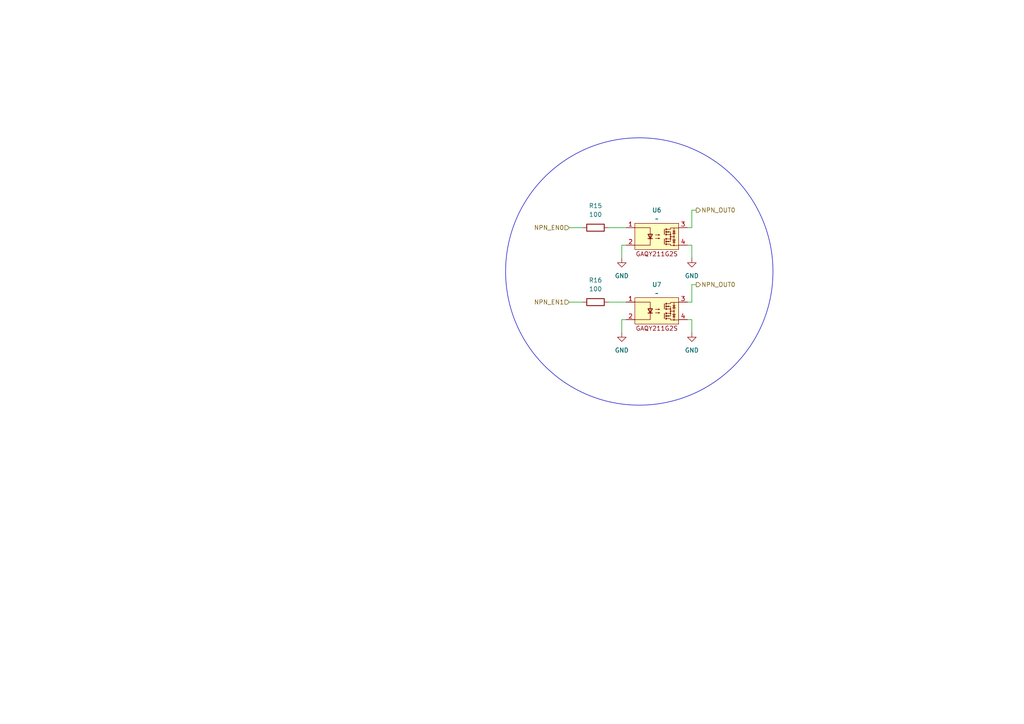
<source format=kicad_sch>
(kicad_sch (version 20250114) (generator "eeschema") (generator_version "9.0")
  (paper "A4")
  (lib_symbols
    (symbol "Device:R" (pin_numbers (hide yes)) (pin_names (offset 0))
      (property "Reference" "R" (at 2.032 0 90))
      (property "Value" "R" (at 0 0 90))
      (symbol "R_0_1"
        (rectangle (start -1.016 -2.54) (end 1.016 2.54) (stroke (width 0.254)))
      )
      (symbol "R_1_1"
        (pin passive line (at 0 3.81 270) (length 1.27) (name "~") (number "1"))
        (pin passive line (at 0 -3.81 90) (length 1.27) (name "~") (number "2"))
      )
    )
    (symbol "Riqi_Parts:GAQY211G2S"
      (property "Reference" "U" (at 0 0 0))
      (symbol "GAQY211G2S_0_1"
        (polyline (pts (xy -2.54 -2.54) (xy 1.905 -2.54) (xy 1.905 -4.445)))
        (polyline (pts (xy 1.27 -5.715) (xy 2.54 -5.715)) (stroke (width 0.254)))
        (polyline (pts (xy 1.905 -4.191) (xy 1.905 -7.62) (xy -2.54 -7.62)))
        (polyline (pts (xy 1.905 -5.715) (xy 1.27 -4.445) (xy 2.54 -4.445) (xy 1.905 -5.715)) (stroke (width 0.254)))
        (polyline (pts (xy 3.4016 -4.6346) (xy 4.6716 -4.6346) (xy 4.2906 -4.7616) (xy 4.2906 -4.5076) (xy 4.6716 -4.6346)))
        (polyline (pts (xy 3.4016 -5.6506) (xy 4.6716 -5.6506) (xy 4.2906 -5.7776) (xy 4.2906 -5.5236) (xy 4.6716 -5.6506)))
        (polyline (pts (xy 6.004 -3.0018) (xy 6.004 -4.5258)) (stroke (width 0.2032)))
        (polyline (pts (xy 6.004 -5.7958) (xy 6.004 -7.3198)) (stroke (width 0.2032)))
        (polyline (pts (xy 6.512 -2.8748) (xy 6.512 -3.1288) (xy 6.512 -3.1288)) (stroke (width 0.3556)))
        (polyline (pts (xy 6.512 -3.6368) (xy 6.512 -3.8908) (xy 6.512 -3.8908)) (stroke (width 0.3556)))
        (polyline (pts (xy 6.512 -4.3988) (xy 6.512 -4.6528) (xy 6.512 -4.6528)) (stroke (width 0.3556)))
        (polyline (pts (xy 6.512 -5.6688) (xy 6.512 -5.9228)) (stroke (width 0.3556)))
        (polyline (pts (xy 6.512 -6.4308) (xy 6.512 -6.6848) (xy 6.512 -6.6848)) (stroke (width 0.3556)))
        (polyline (pts (xy 6.512 -7.1928) (xy 6.512 -7.4468) (xy 6.512 -7.4468)) (stroke (width 0.3556)))
        (polyline (pts (xy 6.639 -3.0018) (xy 7.782 -3.0018) (xy 7.782 -2.6208) (xy 10.068 -2.6208)))
        (polyline (pts (xy 6.639 -3.7638) (xy 7.782 -3.7638) (xy 7.782 -4.5258)))
        (polyline (pts (xy 6.639 -5.7958) (xy 7.782 -5.7958) (xy 7.782 -4.5258) (xy 6.639 -4.5258)))
        (polyline (pts (xy 6.639 -6.5578) (xy 7.782 -6.5578) (xy 7.782 -5.7958)))
        (polyline (pts (xy 6.639 -7.3198) (xy 7.782 -7.3198) (xy 7.782 -7.7008) (xy 10.068 -7.7008)))
        (polyline (pts (xy 6.766 -3.7638) (xy 7.274 -3.6368) (xy 7.274 -3.8908) (xy 6.766 -3.7638)))
        (polyline (pts (xy 6.766 -6.5578) (xy 7.274 -6.4308) (xy 7.274 -6.6848) (xy 6.766 -6.5578)))
        (circle (center 7.782 -4.5258) (radius 0.127))
        (polyline (pts (xy 7.782 -5.1608) (xy 8.798 -5.1608)))
        (circle (center 7.782 -5.1608) (radius 0.127))
        (circle (center 7.782 -5.7958) (radius 0.127))
        (polyline (pts (xy 8.417 -3.5098) (xy 9.179 -3.5098)))
        (polyline (pts (xy 8.417 -6.8118) (xy 9.179 -6.8118)))
        (polyline (pts (xy 8.798 -3.5098) (xy 8.417 -4.2718) (xy 9.179 -4.2718) (xy 8.798 -3.5098)))
        (circle (center 8.798 -5.1608) (radius 0.127))
        (polyline (pts (xy 8.798 -6.8118) (xy 8.417 -6.0498) (xy 9.179 -6.0498) (xy 8.798 -6.8118)))
        (polyline (pts (xy 8.798 -7.7008) (xy 8.798 -2.6208)))
        (circle (center 8.798 -7.7008) (radius 0.127))
      )
      (symbol "GAQY211G2S_1_1"
        (rectangle (start -2.54 -1.27) (end 10.16 -8.89) (fill (type background)))
        (text "GAQY211G2S\n" (at 3.81 -10.16 0) (effects (font (size 1.27 1.27))))
        (pin input line (at -5.08 -2.54 0) (length 2.54) (name "") (number "1"))
        (pin input line (at -5.08 -7.62 0) (length 2.54) (name "") (number "2"))
        (pin input line (at 12.7 -2.54 180) (length 2.54) (name "") (number "3"))
        (pin input line (at 12.7 -7.62 180) (length 2.54) (name "") (number "4"))
      )
    )
    (symbol "power:GND" (power) (pin_numbers (hide yes)) (pin_names (offset 0) (hide yes))
      (property "Value" "GND" (at 0 -3.81 0))
      (symbol "GND_0_1"
        (polyline (pts (xy 0 0) (xy 0 -1.27) (xy 1.27 -1.27) (xy 0 -2.54) (xy -1.27 -1.27) (xy 0 -1.27)))
      )
      (symbol "GND_1_1"
        (pin power_in line (at 0 0 270) (length 0) (name "~") (number "1"))
      )
    )
  )
  (circle (center 185.42 78.74) (radius 38.7714))
  (wire (pts (xy 199.39 92.71) (xy 200.66 92.71)))
  (wire (pts (xy 180.34 74.93) (xy 180.34 71.12)))
  (wire (pts (xy 200.66 82.55) (xy 200.66 87.63)))
  (wire (pts (xy 200.66 66.04) (xy 200.66 60.96)))
  (wire (pts (xy 176.53 87.63) (xy 181.61 87.63)))
  (wire (pts (xy 176.53 66.04) (xy 181.61 66.04)))
  (wire (pts (xy 180.34 92.71) (xy 181.61 92.71)))
  (wire (pts (xy 200.66 71.12) (xy 200.66 74.93)))
  (wire (pts (xy 180.34 71.12) (xy 181.61 71.12)))
  (wire (pts (xy 199.39 66.04) (xy 200.66 66.04)))
  (wire (pts (xy 165.1 87.63) (xy 168.91 87.63)))
  (wire (pts (xy 199.39 71.12) (xy 200.66 71.12)))
  (wire (pts (xy 200.66 60.96) (xy 201.93 60.96)))
  (wire (pts (xy 200.66 92.71) (xy 200.66 96.52)))
  (wire (pts (xy 199.39 87.63) (xy 200.66 87.63)))
  (wire (pts (xy 180.34 96.52) (xy 180.34 92.71)))
  (wire (pts (xy 201.93 82.55) (xy 200.66 82.55)))
  (wire (pts (xy 165.1 66.04) (xy 168.91 66.04)))
  (hierarchical_label "NPN_OUT0" (shape output) (at 201.93 82.55 0))
  (hierarchical_label "NPN_OUT0" (shape output) (at 201.93 60.96 0))
  (hierarchical_label "NPN_EN0" (shape input) (at 165.1 66.04 180))
  (hierarchical_label "NPN_EN1" (shape input) (at 165.1 87.63 180))
  (symbol (lib_id "Device:R") (at 172.72 87.63 90) (unit 1)
    (property "Reference" "R16" (at 172.72 81.28 90))
    (property "Value" "100" (at 172.72 83.82 90))
    (property "Footprint" "Resistor_SMD:R_0603_1608Metric" (effects (hide yes)))
    (property "Description" "Resistor" (effects (hide yes)))
    (instances (project "NIVARA" (path "" (reference "R16") (unit 1))) (project "NIVARA_ZorionX_BOARD" (path "" (reference "R?") (unit 1))))
  )
  (symbol (lib_id "power:GND") (at 180.34 74.93 0) (unit 1)
    (property "Reference" "#PWR039" (effects (hide yes)))
    (property "Value" "GND" (at 180.34 80.01 0))
    (property "Description" "Power symbol creates a global label with name \"GND\" , ground" (effects (hide yes)))
    (instances (project "NIVARA" (path "" (reference "#PWR039") (unit 1))) (project "NIVARA_ZorionX_BOARD" (path "" (reference "#PWR?") (unit 1))))
  )
  (symbol (lib_id "power:GND") (at 200.66 96.52 0) (unit 1)
    (property "Reference" "#PWR042" (effects (hide yes)))
    (property "Value" "GND" (at 200.66 101.6 0))
    (property "Description" "Power symbol creates a global label with name \"GND\" , ground" (effects (hide yes)))
    (instances (project "NIVARA" (path "" (reference "#PWR042") (unit 1))) (project "NIVARA_ZorionX_BOARD" (path "" (reference "#PWR?") (unit 1))))
  )
  (symbol (lib_id "power:GND") (at 200.66 74.93 0) (unit 1)
    (property "Reference" "#PWR041" (effects (hide yes)))
    (property "Value" "GND" (at 200.66 80.01 0))
    (property "Description" "Power symbol creates a global label with name \"GND\" , ground" (effects (hide yes)))
    (instances (project "NIVARA" (path "" (reference "#PWR041") (unit 1))) (project "NIVARA_ZorionX_BOARD" (path "" (reference "#PWR?") (unit 1))))
  )
  (symbol (lib_id "power:GND") (at 180.34 96.52 0) (unit 1)
    (property "Reference" "#PWR040" (effects (hide yes)))
    (property "Value" "GND" (at 180.34 101.6 0))
    (property "Description" "Power symbol creates a global label with name \"GND\" , ground" (effects (hide yes)))
    (instances (project "NIVARA" (path "" (reference "#PWR040") (unit 1))) (project "NIVARA_ZorionX_BOARD" (path "" (reference "#PWR?") (unit 1))))
  )
  (symbol (lib_id "Device:R") (at 172.72 66.04 90) (unit 1)
    (property "Reference" "R15" (at 172.72 59.69 90))
    (property "Value" "100" (at 172.72 62.23 90))
    (property "Footprint" "Resistor_SMD:R_0603_1608Metric" (effects (hide yes)))
    (property "Description" "Resistor" (effects (hide yes)))
    (instances (project "NIVARA" (path "" (reference "R15") (unit 1))) (project "NIVARA_ZorionX_BOARD" (path "" (reference "R?") (unit 1))))
  )
  (symbol (lib_id "Riqi_Parts:GAQY211G2S") (at 186.69 85.09 0) (unit 1)
    (property "Reference" "U7" (at 190.5 82.55 0))
    (property "Value" "~" (at 190.5 85.09 0))
    (property "Footprint" "Package_SO:SO-4_4.4x4.3mm_P2.54mm" (effects (hide yes)))
    (property "Datasheet" "https://lcsc.com/datasheet/lcsc_datasheet_2411220035_SUPSiC-GAQY211G2S_C7435104.pdf" (effects (hide yes)))
    (instances (project "NIVARA" (path "" (reference "U7") (unit 1))) (project "NIVARA_ZorionX_BOARD" (path "" (reference "U?") (unit 1))))
  )
  (symbol (lib_id "Riqi_Parts:GAQY211G2S") (at 186.69 63.5 0) (unit 1)
    (property "Reference" "U6" (at 190.5 60.96 0))
    (property "Value" "~" (at 190.5 63.5 0))
    (property "Footprint" "Package_SO:SO-4_4.4x4.3mm_P2.54mm" (effects (hide yes)))
    (property "Datasheet" "https://lcsc.com/datasheet/lcsc_datasheet_2411220035_SUPSiC-GAQY211G2S_C7435104.pdf" (effects (hide yes)))
    (instances (project "NIVARA" (path "" (reference "U6") (unit 1))) (project "NIVARA_ZorionX_BOARD" (path "" (reference "U?") (unit 1))))
  )
)
</source>
